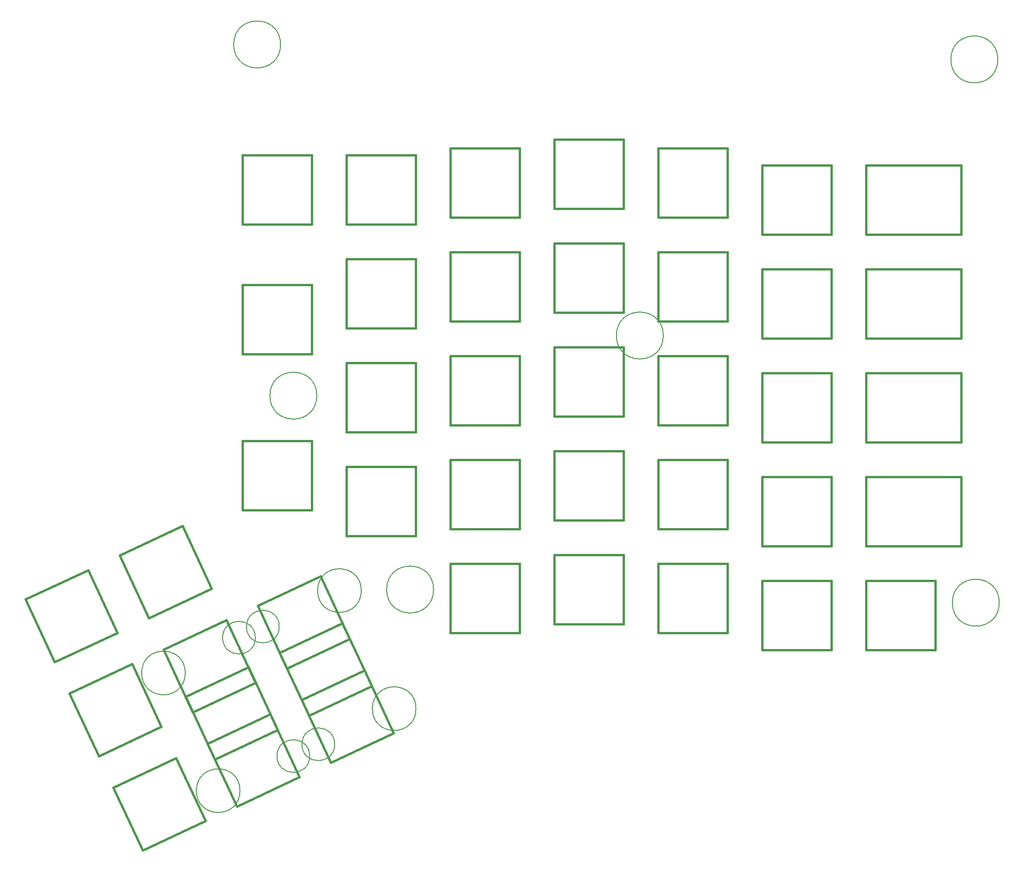
<source format=gbr>
G04 #@! TF.GenerationSoftware,KiCad,Pcbnew,5.0.2+dfsg1-1*
G04 #@! TF.CreationDate,2021-01-12T18:46:28+01:00*
G04 #@! TF.ProjectId,ErgoDOX,4572676f-444f-4582-9e6b-696361645f70,rev?*
G04 #@! TF.SameCoordinates,Original*
G04 #@! TF.FileFunction,Other,Comment*
%FSLAX46Y46*%
G04 Gerber Fmt 4.6, Leading zero omitted, Abs format (unit mm)*
G04 Created by KiCad (PCBNEW 5.0.2+dfsg1-1) date Tue 12 Jan 2021 06:46:28 PM CET*
%MOMM*%
%LPD*%
G01*
G04 APERTURE LIST*
%ADD10C,0.150000*%
%ADD11C,0.381000*%
G04 APERTURE END LIST*
D10*
G04 #@! TO.C,H6*
X143187200Y-91846400D02*
G75*
G03X143187200Y-91846400I-4300000J0D01*
G01*
G04 #@! TO.C,H13*
X72786500Y-145224500D02*
G75*
G03X72786500Y-145224500I-3000000J0D01*
G01*
G04 #@! TO.C,H12*
X82946500Y-166814500D02*
G75*
G03X82946500Y-166814500I-3000000J0D01*
G01*
G04 #@! TO.C,H11*
X68405000Y-147256500D02*
G75*
G03X68405000Y-147256500I-3000000J0D01*
G01*
G04 #@! TO.C,H14*
X78374500Y-168973500D02*
G75*
G03X78374500Y-168973500I-3000000J0D01*
G01*
G04 #@! TO.C,H10*
X97853000Y-160274000D02*
G75*
G03X97853000Y-160274000I-4000000J0D01*
G01*
G04 #@! TO.C,H9*
X87820000Y-138620500D02*
G75*
G03X87820000Y-138620500I-4000000J0D01*
G01*
G04 #@! TO.C,H8*
X55562000Y-153733500D02*
G75*
G03X55562000Y-153733500I-4000000J0D01*
G01*
G04 #@! TO.C,H7*
X65595000Y-175323500D02*
G75*
G03X65595000Y-175323500I-4000000J0D01*
G01*
D11*
G04 #@! TO.C,SX1:8*
X74208072Y-152870700D02*
X68840820Y-141360592D01*
X85718180Y-147503448D02*
X74208072Y-152870700D01*
X80350928Y-135993340D02*
X85718180Y-147503448D01*
X68840820Y-141360592D02*
X80350928Y-135993340D01*
G04 #@! TO.C,SX1:7*
X51576440Y-149412392D02*
X63086548Y-144045140D01*
X63086548Y-144045140D02*
X68453800Y-155555248D01*
X68453800Y-155555248D02*
X56943692Y-160922500D01*
X56943692Y-160922500D02*
X51576440Y-149412392D01*
G04 #@! TO.C,SX0:11*
X71135808Y-161309520D02*
X76503060Y-172819628D01*
X59625700Y-166676772D02*
X71135808Y-161309520D01*
X64992952Y-178186880D02*
X59625700Y-166676772D01*
X76503060Y-172819628D02*
X64992952Y-178186880D01*
G04 #@! TO.C,SX0:10*
X93769980Y-164770368D02*
X82259872Y-170137620D01*
X82259872Y-170137620D02*
X76892620Y-158627512D01*
X76892620Y-158627512D02*
X88402728Y-153260260D01*
X88402728Y-153260260D02*
X93769980Y-164770368D01*
G04 #@! TO.C,SW1:9*
X104140000Y-146377660D02*
X104140000Y-133677660D01*
X116840000Y-146377660D02*
X104140000Y-146377660D01*
X116840000Y-133677660D02*
X116840000Y-146377660D01*
X104140000Y-133677660D02*
X116840000Y-133677660D01*
G04 #@! TO.C,SW0:10*
X89741540Y-156136908D02*
X78231432Y-161504160D01*
X84374288Y-144626800D02*
X89741540Y-156136908D01*
X72864180Y-149994052D02*
X84374288Y-144626800D01*
X78231432Y-161504160D02*
X72864180Y-149994052D01*
G04 #@! TO.C,SW1:13*
X180340000Y-136852660D02*
X193040000Y-136852660D01*
X193040000Y-136852660D02*
X193040000Y-149552660D01*
X193040000Y-149552660D02*
X180340000Y-149552660D01*
X180340000Y-149552660D02*
X180340000Y-136852660D01*
G04 #@! TO.C,SW2:13*
X180340000Y-117802660D02*
X197802500Y-117802660D01*
X197802500Y-117802660D02*
X197802500Y-130502660D01*
X197802500Y-130502660D02*
X180340000Y-130502660D01*
X180340000Y-130502660D02*
X180340000Y-117802660D01*
G04 #@! TO.C,SW3:13*
X180340000Y-111452660D02*
X180340000Y-98752660D01*
X197802500Y-111452660D02*
X180340000Y-111452660D01*
X197802500Y-98752660D02*
X197802500Y-111452660D01*
X180340000Y-98752660D02*
X197802500Y-98752660D01*
G04 #@! TO.C,SW4:13*
X180340000Y-92402660D02*
X180340000Y-79702660D01*
X197802500Y-92402660D02*
X180340000Y-92402660D01*
X197802500Y-79702660D02*
X197802500Y-92402660D01*
X180340000Y-79702660D02*
X197802500Y-79702660D01*
G04 #@! TO.C,SW5:13*
X180340000Y-60655200D02*
X197802500Y-60655200D01*
X197802500Y-60655200D02*
X197802500Y-73355200D01*
X197802500Y-73355200D02*
X180340000Y-73355200D01*
X180340000Y-73355200D02*
X180340000Y-60655200D01*
D10*
G04 #@! TO.C,H5*
X204769500Y-140843000D02*
G75*
G03X204769500Y-140843000I-4300000J0D01*
G01*
G04 #@! TO.C,H4*
X73032400Y-38455600D02*
G75*
G03X73032400Y-38455600I-4300000J0D01*
G01*
G04 #@! TO.C,H3*
X101074000Y-138430000D02*
G75*
G03X101074000Y-138430000I-4300000J0D01*
G01*
G04 #@! TO.C,H2*
X79674500Y-102870000D02*
G75*
G03X79674500Y-102870000I-4300000J0D01*
G01*
G04 #@! TO.C,H1*
X204502800Y-41198800D02*
G75*
G03X204502800Y-41198800I-4300000J0D01*
G01*
D11*
G04 #@! TO.C,SW5:8*
X85090000Y-71450200D02*
X85090000Y-58750200D01*
X97790000Y-71450200D02*
X85090000Y-71450200D01*
X97790000Y-58750200D02*
X97790000Y-71450200D01*
X85090000Y-58750200D02*
X97790000Y-58750200D01*
G04 #@! TO.C,SW4:11*
X142240000Y-89227660D02*
X142240000Y-76527660D01*
X154940000Y-89227660D02*
X142240000Y-89227660D01*
X154940000Y-76527660D02*
X154940000Y-89227660D01*
X142240000Y-76527660D02*
X154940000Y-76527660D01*
G04 #@! TO.C,SW0:11*
X72477160Y-164188708D02*
X60967052Y-169555960D01*
X67109908Y-152678600D02*
X72477160Y-164188708D01*
X55599800Y-158045852D02*
X67109908Y-152678600D01*
X60967052Y-169555960D02*
X55599800Y-158045852D01*
G04 #@! TO.C,SW1:10*
X123190000Y-144780000D02*
X123190000Y-132080000D01*
X135890000Y-144780000D02*
X123190000Y-144780000D01*
X135890000Y-132080000D02*
X135890000Y-144780000D01*
X123190000Y-132080000D02*
X135890000Y-132080000D01*
G04 #@! TO.C,SW1:12*
X161290000Y-149552660D02*
X161290000Y-136852660D01*
X173990000Y-149552660D02*
X161290000Y-149552660D01*
X173990000Y-136852660D02*
X173990000Y-149552660D01*
X161290000Y-136852660D02*
X173990000Y-136852660D01*
G04 #@! TO.C,SW2:8*
X85090000Y-128597660D02*
X85090000Y-115897660D01*
X97790000Y-128597660D02*
X85090000Y-128597660D01*
X97790000Y-115897660D02*
X97790000Y-128597660D01*
X85090000Y-115897660D02*
X97790000Y-115897660D01*
G04 #@! TO.C,SW2:9*
X104140000Y-127327660D02*
X104140000Y-114627660D01*
X116840000Y-127327660D02*
X104140000Y-127327660D01*
X116840000Y-114627660D02*
X116840000Y-127327660D01*
X104140000Y-114627660D02*
X116840000Y-114627660D01*
G04 #@! TO.C,SW2:10*
X123190000Y-125730000D02*
X123190000Y-113030000D01*
X135890000Y-125730000D02*
X123190000Y-125730000D01*
X135890000Y-113030000D02*
X135890000Y-125730000D01*
X123190000Y-113030000D02*
X135890000Y-113030000D01*
G04 #@! TO.C,SW2:11*
X142240000Y-127327660D02*
X142240000Y-114627660D01*
X154940000Y-127327660D02*
X142240000Y-127327660D01*
X154940000Y-114627660D02*
X154940000Y-127327660D01*
X142240000Y-114627660D02*
X154940000Y-114627660D01*
G04 #@! TO.C,SW2:12*
X161290000Y-130502660D02*
X161290000Y-117802660D01*
X173990000Y-130502660D02*
X161290000Y-130502660D01*
X173990000Y-117802660D02*
X173990000Y-130502660D01*
X161290000Y-117802660D02*
X173990000Y-117802660D01*
G04 #@! TO.C,SW3:8*
X85090000Y-109547660D02*
X85090000Y-96847660D01*
X97790000Y-109547660D02*
X85090000Y-109547660D01*
X97790000Y-96847660D02*
X97790000Y-109547660D01*
X85090000Y-96847660D02*
X97790000Y-96847660D01*
G04 #@! TO.C,SW3:9*
X104140000Y-108277660D02*
X104140000Y-95577660D01*
X116840000Y-108277660D02*
X104140000Y-108277660D01*
X116840000Y-95577660D02*
X116840000Y-108277660D01*
X104140000Y-95577660D02*
X116840000Y-95577660D01*
G04 #@! TO.C,SW3:10*
X123190000Y-106680000D02*
X123190000Y-93980000D01*
X135890000Y-106680000D02*
X123190000Y-106680000D01*
X135890000Y-93980000D02*
X135890000Y-106680000D01*
X123190000Y-93980000D02*
X135890000Y-93980000D01*
G04 #@! TO.C,SW3:11*
X142240000Y-108277660D02*
X142240000Y-95577660D01*
X154940000Y-108277660D02*
X142240000Y-108277660D01*
X154940000Y-95577660D02*
X154940000Y-108277660D01*
X142240000Y-95577660D02*
X154940000Y-95577660D01*
G04 #@! TO.C,SW4:9*
X104140000Y-89227660D02*
X104140000Y-76527660D01*
X116840000Y-89227660D02*
X104140000Y-89227660D01*
X116840000Y-76527660D02*
X116840000Y-89227660D01*
X104140000Y-76527660D02*
X116840000Y-76527660D01*
G04 #@! TO.C,SW4:10*
X123190000Y-87630000D02*
X123190000Y-74930000D01*
X135890000Y-87630000D02*
X123190000Y-87630000D01*
X135890000Y-74930000D02*
X135890000Y-87630000D01*
X123190000Y-74930000D02*
X135890000Y-74930000D01*
G04 #@! TO.C,SW4:12*
X161290000Y-92402660D02*
X161290000Y-79702660D01*
X173990000Y-92402660D02*
X161290000Y-92402660D01*
X173990000Y-79702660D02*
X173990000Y-92402660D01*
X161290000Y-79702660D02*
X173990000Y-79702660D01*
G04 #@! TO.C,SW1:11*
X142240000Y-146377660D02*
X142240000Y-133677660D01*
X154940000Y-146377660D02*
X142240000Y-146377660D01*
X154940000Y-133677660D02*
X154940000Y-146377660D01*
X142240000Y-133677660D02*
X154940000Y-133677660D01*
G04 #@! TO.C,SW5:9*
X104140000Y-70177660D02*
X104140000Y-57477660D01*
X116840000Y-70177660D02*
X104140000Y-70177660D01*
X116840000Y-57477660D02*
X116840000Y-70177660D01*
X104140000Y-57477660D02*
X116840000Y-57477660D01*
G04 #@! TO.C,SW5:10*
X123190000Y-68580000D02*
X123190000Y-55880000D01*
X135890000Y-68580000D02*
X123190000Y-68580000D01*
X135890000Y-55880000D02*
X135890000Y-68580000D01*
X123190000Y-55880000D02*
X135890000Y-55880000D01*
G04 #@! TO.C,SW5:11*
X142240000Y-70177660D02*
X142240000Y-57477660D01*
X154940000Y-70177660D02*
X142240000Y-70177660D01*
X154940000Y-57477660D02*
X154940000Y-70177660D01*
X142240000Y-57477660D02*
X154940000Y-57477660D01*
G04 #@! TO.C,SW5:12*
X161290000Y-73355200D02*
X161290000Y-60655200D01*
X173990000Y-73355200D02*
X161290000Y-73355200D01*
X173990000Y-60655200D02*
X173990000Y-73355200D01*
X161290000Y-60655200D02*
X173990000Y-60655200D01*
G04 #@! TO.C,SW0:8*
X48891892Y-143658120D02*
X43524640Y-132148012D01*
X60402000Y-138290868D02*
X48891892Y-143658120D01*
X55034748Y-126780760D02*
X60402000Y-138290868D01*
X43524640Y-132148012D02*
X55034748Y-126780760D01*
G04 #@! TO.C,SW0:7*
X31627512Y-151707380D02*
X26260260Y-140197272D01*
X43137620Y-146340128D02*
X31627512Y-151707380D01*
X37770368Y-134830020D02*
X43137620Y-146340128D01*
X26260260Y-140197272D02*
X37770368Y-134830020D01*
G04 #@! TO.C,SW0:12*
X47728572Y-186238680D02*
X42361320Y-174728572D01*
X59238680Y-180871428D02*
X47728572Y-186238680D01*
X53871428Y-169361320D02*
X59238680Y-180871428D01*
X42361320Y-174728572D02*
X53871428Y-169361320D01*
G04 #@! TO.C,SW0:9*
X39676772Y-168971760D02*
X34309520Y-157461652D01*
X51186880Y-163604508D02*
X39676772Y-168971760D01*
X45819628Y-152094400D02*
X51186880Y-163604508D01*
X34309520Y-157461652D02*
X45819628Y-152094400D01*
G04 #@! TO.C,SW4:8*
X85090000Y-90497660D02*
X85090000Y-77797660D01*
X97790000Y-90497660D02*
X85090000Y-90497660D01*
X97790000Y-77797660D02*
X97790000Y-90497660D01*
X85090000Y-77797660D02*
X97790000Y-77797660D01*
G04 #@! TO.C,SW2:7*
X78740000Y-123835160D02*
X66040000Y-123835160D01*
X78740000Y-111135160D02*
X78740000Y-123835160D01*
X66040000Y-111135160D02*
X78740000Y-111135160D01*
X66040000Y-123835160D02*
X66040000Y-111135160D01*
G04 #@! TO.C,SW4:7*
X78740000Y-95260160D02*
X66040000Y-95260160D01*
X78740000Y-82560160D02*
X78740000Y-95260160D01*
X66040000Y-82560160D02*
X78740000Y-82560160D01*
X66040000Y-95260160D02*
X66040000Y-82560160D01*
G04 #@! TO.C,SW5:7*
X66040000Y-71450200D02*
X66040000Y-58750200D01*
X78740000Y-71450200D02*
X66040000Y-71450200D01*
X78740000Y-58750200D02*
X78740000Y-71450200D01*
X66040000Y-58750200D02*
X78740000Y-58750200D01*
G04 #@! TO.C,SW3:12*
X161290000Y-111452660D02*
X161290000Y-98752660D01*
X173990000Y-111452660D02*
X161290000Y-111452660D01*
X173990000Y-98752660D02*
X173990000Y-111452660D01*
X161290000Y-98752660D02*
X173990000Y-98752660D01*
G04 #@! TD*
M02*

</source>
